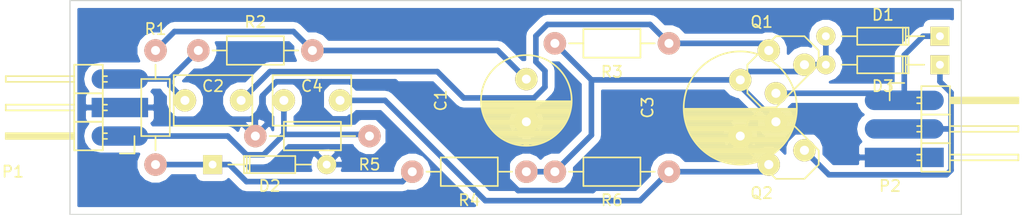
<source format=kicad_pcb>
(kicad_pcb (version 4) (host pcbnew 4.0.4-1.fc24-product)

  (general
    (links 28)
    (no_connects 0)
    (area 156.159999 99.009999 235.635001 118.160001)
    (thickness 1.6)
    (drawings 4)
    (tracks 98)
    (zones 0)
    (modules 17)
    (nets 11)
  )

  (page USLetter)
  (layers
    (0 F.Cu signal)
    (31 B.Cu signal)
    (33 F.Adhes user hide)
    (35 F.Paste user hide)
    (37 F.SilkS user)
    (39 F.Mask user hide)
    (40 Dwgs.User user hide)
    (41 Cmts.User user hide)
    (42 Eco1.User user hide)
    (43 Eco2.User user hide)
    (44 Edge.Cuts user)
    (45 Margin user hide)
    (47 F.CrtYd user hide)
    (49 F.Fab user)
  )

  (setup
    (last_trace_width 0.5)
    (user_trace_width 0.5)
    (user_trace_width 0.5)
    (user_trace_width 0.75)
    (trace_clearance 0.4)
    (zone_clearance 0.608)
    (zone_45_only no)
    (trace_min 0.5)
    (segment_width 0.2)
    (edge_width 0.1)
    (via_size 0.6)
    (via_drill 0.4)
    (via_min_size 0.4)
    (via_min_drill 0.3)
    (uvia_size 0.3)
    (uvia_drill 0.1)
    (uvias_allowed no)
    (uvia_min_size 0.2)
    (uvia_min_drill 0.1)
    (pcb_text_width 0.3)
    (pcb_text_size 1.5 1.5)
    (mod_edge_width 0.15)
    (mod_text_size 1 1)
    (mod_text_width 0.15)
    (pad_size 7.032 1.7272)
    (pad_drill 0)
    (pad_to_mask_clearance 0)
    (aux_axis_origin 0 0)
    (grid_origin 207.01 80.01)
    (visible_elements FFFFFF3F)
    (pcbplotparams
      (layerselection 0x01020_80000000)
      (usegerberextensions false)
      (excludeedgelayer true)
      (linewidth 0.100000)
      (plotframeref false)
      (viasonmask false)
      (mode 1)
      (useauxorigin false)
      (hpglpennumber 1)
      (hpglpenspeed 20)
      (hpglpendiameter 15)
      (hpglpenoverlay 2)
      (psnegative false)
      (psa4output false)
      (plotreference true)
      (plotvalue true)
      (plotinvisibletext false)
      (padsonsilk false)
      (subtractmaskfromsilk false)
      (outputformat 1)
      (mirror false)
      (drillshape 0)
      (scaleselection 1)
      (outputdirectory ""))
  )

  (net 0 "")
  (net 1 "Net-(C1-Pad1)")
  (net 2 XLR1)
  (net 3 "Net-(C2-Pad1)")
  (net 4 CDRN)
  (net 5 "Net-(C3-Pad1)")
  (net 6 "Net-(C4-Pad1)")
  (net 7 CSRC)
  (net 8 XLR3)
  (net 9 "Net-(D2-Pad2)")
  (net 10 XLR2)

  (net_class Default "This is the default net class."
    (clearance 0.4)
    (trace_width 0.5)
    (via_dia 0.6)
    (via_drill 0.4)
    (uvia_dia 0.3)
    (uvia_drill 0.1)
    (add_net CDRN)
    (add_net CSRC)
    (add_net "Net-(C1-Pad1)")
    (add_net "Net-(C2-Pad1)")
    (add_net "Net-(C3-Pad1)")
    (add_net "Net-(C4-Pad1)")
    (add_net "Net-(D2-Pad2)")
    (add_net XLR1)
    (add_net XLR2)
    (add_net XLR3)
  )

  (net_class Medium ""
    (clearance 0.4)
    (trace_width 0.5)
    (via_dia 0.6)
    (via_drill 0.4)
    (uvia_dia 0.3)
    (uvia_drill 0.1)
  )

  (module Discret:TO92 (layer F.Cu) (tedit 58222214) (tstamp 57167CF5)
    (at 220.345 111.125 90)
    (descr "Transistor TO92 brochage type BC237")
    (tags "TR TO92")
    (path /57166F96)
    (fp_text reference Q2 (at -5.08 -2.54 180) (layer F.SilkS)
      (effects (font (size 1 1) (thickness 0.15)))
    )
    (fp_text value BC559 (at -5.08 1.905 180) (layer F.Fab)
      (effects (font (size 1 1) (thickness 0.15)))
    )
    (fp_line (start -1.27 2.54) (end 2.54 -1.27) (layer F.SilkS) (width 0.15))
    (fp_line (start 2.54 -1.27) (end 2.54 -2.54) (layer F.SilkS) (width 0.15))
    (fp_line (start 2.54 -2.54) (end 1.27 -3.81) (layer F.SilkS) (width 0.15))
    (fp_line (start 1.27 -3.81) (end -1.27 -3.81) (layer F.SilkS) (width 0.15))
    (fp_line (start -1.27 -3.81) (end -3.81 -1.27) (layer F.SilkS) (width 0.15))
    (fp_line (start -3.81 -1.27) (end -3.81 1.27) (layer F.SilkS) (width 0.15))
    (fp_line (start -3.81 1.27) (end -2.54 2.54) (layer F.SilkS) (width 0.15))
    (fp_line (start -2.54 2.54) (end -1.27 2.54) (layer F.SilkS) (width 0.15))
    (pad 1 thru_hole circle (at 1.27 -1.27 90) (size 1.99 1.99) (drill 0.8128) (layers *.Cu *.Mask F.SilkS)
      (net 5 "Net-(C3-Pad1)"))
    (pad 2 thru_hole circle (at -2.54 -1.905 90) (size 1.99 1.99) (drill 0.8128) (layers *.Cu *.Mask F.SilkS)
      (net 6 "Net-(C4-Pad1)"))
    (pad 3 thru_hole circle (at -1.27 1.27 90) (size 1.99 1.99) (drill 0.8128) (layers *.Cu *.Mask F.SilkS)
      (net 10 XLR2))
    (model Discret.3dshapes/TO92.wrl
      (at (xyz 0 0 0))
      (scale (xyz 1 1 1))
      (rotate (xyz 0 0 0))
    )
  )

  (module Discret:TO92 (layer F.Cu) (tedit 582220B1) (tstamp 57167CEE)
    (at 220.345 106.045)
    (descr "Transistor TO92 brochage type BC237")
    (tags "TR TO92")
    (path /57166EFF)
    (fp_text reference Q1 (at -2.54 -5.08) (layer F.SilkS)
      (effects (font (size 1 1) (thickness 0.15)))
    )
    (fp_text value BC559 (at 1.27 -5.08) (layer F.Fab)
      (effects (font (size 1 1) (thickness 0.15)))
    )
    (fp_line (start -1.27 2.54) (end 2.54 -1.27) (layer F.SilkS) (width 0.15))
    (fp_line (start 2.54 -1.27) (end 2.54 -2.54) (layer F.SilkS) (width 0.15))
    (fp_line (start 2.54 -2.54) (end 1.27 -3.81) (layer F.SilkS) (width 0.15))
    (fp_line (start 1.27 -3.81) (end -1.27 -3.81) (layer F.SilkS) (width 0.15))
    (fp_line (start -1.27 -3.81) (end -3.81 -1.27) (layer F.SilkS) (width 0.15))
    (fp_line (start -3.81 -1.27) (end -3.81 1.27) (layer F.SilkS) (width 0.15))
    (fp_line (start -3.81 1.27) (end -2.54 2.54) (layer F.SilkS) (width 0.15))
    (fp_line (start -2.54 2.54) (end -1.27 2.54) (layer F.SilkS) (width 0.15))
    (pad 1 thru_hole circle (at 1.27 -1.27) (size 1.99 1.99) (drill 0.8128) (layers *.Cu *.Mask F.SilkS)
      (net 5 "Net-(C3-Pad1)"))
    (pad 2 thru_hole circle (at -1.905 -2.54) (size 1.99 1.99) (drill 0.8128) (layers *.Cu *.Mask F.SilkS)
      (net 3 "Net-(C2-Pad1)"))
    (pad 3 thru_hole circle (at -1.27 1.27) (size 1.99 1.99) (drill 0.8128) (layers *.Cu *.Mask F.SilkS)
      (net 8 XLR3))
    (model Discret.3dshapes/TO92.wrl
      (at (xyz 0 0 0))
      (scale (xyz 1 1 1))
      (rotate (xyz 0 0 0))
    )
  )

  (module Capacitors_ThroughHole:C_Rect_L7_W4.5_P5 (layer F.Cu) (tedit 58221B5A) (tstamp 57167CC9)
    (at 171.45 107.95 180)
    (descr "Film Capacitor Length 7mm x Width 4.5mm, Pitch 5mm")
    (tags Capacitor)
    (path /5716776E)
    (fp_text reference C2 (at 2.5 1.27 180) (layer F.SilkS)
      (effects (font (size 1 1) (thickness 0.15)))
    )
    (fp_text value 100nF (at 2.5 -1.27 180) (layer F.Fab)
      (effects (font (size 1 1) (thickness 0.15)))
    )
    (fp_line (start -1.25 -2.5) (end 6.25 -2.5) (layer F.CrtYd) (width 0.05))
    (fp_line (start 6.25 -2.5) (end 6.25 2.5) (layer F.CrtYd) (width 0.05))
    (fp_line (start 6.25 2.5) (end -1.25 2.5) (layer F.CrtYd) (width 0.05))
    (fp_line (start -1.25 2.5) (end -1.25 -2.5) (layer F.CrtYd) (width 0.05))
    (fp_line (start -1 -2.25) (end 6 -2.25) (layer F.SilkS) (width 0.15))
    (fp_line (start 6 -2.25) (end 6 2.25) (layer F.SilkS) (width 0.15))
    (fp_line (start 6 2.25) (end -1 2.25) (layer F.SilkS) (width 0.15))
    (fp_line (start -1 2.25) (end -1 -2.25) (layer F.SilkS) (width 0.15))
    (pad 1 thru_hole circle (at 0 0 180) (size 1.99 1.99) (drill 0.8) (layers *.Cu *.Mask F.SilkS)
      (net 3 "Net-(C2-Pad1)"))
    (pad 2 thru_hole circle (at 5 0 180) (size 1.99 1.99) (drill 0.8) (layers *.Cu *.Mask F.SilkS)
      (net 4 CDRN))
    (model Capacitors_ThroughHole.3dshapes/C_Rect_L7_W4.5_P5.wrl
      (at (xyz 0.098425 0 0))
      (scale (xyz 1 1 1))
      (rotate (xyz 0 0 0))
    )
  )

  (module Resistors_ThroughHole:Resistor_Horizontal_RM10mm (layer F.Cu) (tedit 57BCDD2B) (tstamp 57167D19)
    (at 204.47 114.3)
    (descr "Resistor, Axial,  RM 10mm, 1/3W,")
    (tags "Resistor, Axial, RM 10mm, 1/3W,")
    (path /570D7D4E)
    (fp_text reference R6 (at 0 2.54) (layer F.SilkS)
      (effects (font (size 1 1) (thickness 0.15)))
    )
    (fp_text value 150K (at 0 0) (layer F.Fab)
      (effects (font (size 1 1) (thickness 0.15)))
    )
    (fp_line (start -2.54 -1.27) (end 2.54 -1.27) (layer F.SilkS) (width 0.15))
    (fp_line (start 2.54 -1.27) (end 2.54 1.27) (layer F.SilkS) (width 0.15))
    (fp_line (start 2.54 1.27) (end -2.54 1.27) (layer F.SilkS) (width 0.15))
    (fp_line (start -2.54 1.27) (end -2.54 -1.27) (layer F.SilkS) (width 0.15))
    (fp_line (start -2.54 0) (end -3.81 0) (layer F.SilkS) (width 0.15))
    (fp_line (start 2.54 0) (end 3.81 0) (layer F.SilkS) (width 0.15))
    (pad 1 thru_hole circle (at -5.08 0) (size 1.99898 1.99898) (drill 0.8) (layers *.Cu *.SilkS *.Mask)
      (net 5 "Net-(C3-Pad1)"))
    (pad 2 thru_hole circle (at 5.08 0) (size 1.99898 1.99898) (drill 0.8) (layers *.Cu *.SilkS *.Mask)
      (net 6 "Net-(C4-Pad1)"))
    (model Resistors_ThroughHole.3dshapes/Resistor_Horizontal_RM10mm.wrl
      (at (xyz 0 0 0))
      (scale (xyz 0.4 0.4 0.4))
      (rotate (xyz 0 0 0))
    )
  )

  (module Resistors_ThroughHole:Resistor_Horizontal_RM10mm (layer F.Cu) (tedit 57BCDD0A) (tstamp 57167D07)
    (at 204.47 102.87 180)
    (descr "Resistor, Axial,  RM 10mm, 1/3W,")
    (tags "Resistor, Axial, RM 10mm, 1/3W,")
    (path /570D7DC6)
    (fp_text reference R3 (at 0 -2.54 180) (layer F.SilkS)
      (effects (font (size 1 1) (thickness 0.15)))
    )
    (fp_text value 150K (at 0 0 180) (layer F.Fab)
      (effects (font (size 1 1) (thickness 0.15)))
    )
    (fp_line (start -2.54 -1.27) (end 2.54 -1.27) (layer F.SilkS) (width 0.15))
    (fp_line (start 2.54 -1.27) (end 2.54 1.27) (layer F.SilkS) (width 0.15))
    (fp_line (start 2.54 1.27) (end -2.54 1.27) (layer F.SilkS) (width 0.15))
    (fp_line (start -2.54 1.27) (end -2.54 -1.27) (layer F.SilkS) (width 0.15))
    (fp_line (start -2.54 0) (end -3.81 0) (layer F.SilkS) (width 0.15))
    (fp_line (start 2.54 0) (end 3.81 0) (layer F.SilkS) (width 0.15))
    (pad 1 thru_hole circle (at -5.08 0 180) (size 1.99898 1.99898) (drill 0.8) (layers *.Cu *.SilkS *.Mask)
      (net 3 "Net-(C2-Pad1)"))
    (pad 2 thru_hole circle (at 5.08 0 180) (size 1.99898 1.99898) (drill 0.8) (layers *.Cu *.SilkS *.Mask)
      (net 5 "Net-(C3-Pad1)"))
    (model Resistors_ThroughHole.3dshapes/Resistor_Horizontal_RM10mm.wrl
      (at (xyz 0 0 0))
      (scale (xyz 0.4 0.4 0.4))
      (rotate (xyz 0 0 0))
    )
  )

  (module Resistors_ThroughHole:Resistor_Horizontal_RM10mm (layer F.Cu) (tedit 57BCDD1A) (tstamp 57167D0D)
    (at 191.77 114.3 180)
    (descr "Resistor, Axial,  RM 10mm, 1/3W,")
    (tags "Resistor, Axial, RM 10mm, 1/3W,")
    (path /571678FC)
    (fp_text reference R4 (at 0 -2.54 180) (layer F.SilkS)
      (effects (font (size 1 1) (thickness 0.15)))
    )
    (fp_text value 5.1K (at 0 0 180) (layer F.Fab)
      (effects (font (size 1 1) (thickness 0.15)))
    )
    (fp_line (start -2.54 -1.27) (end 2.54 -1.27) (layer F.SilkS) (width 0.15))
    (fp_line (start 2.54 -1.27) (end 2.54 1.27) (layer F.SilkS) (width 0.15))
    (fp_line (start 2.54 1.27) (end -2.54 1.27) (layer F.SilkS) (width 0.15))
    (fp_line (start -2.54 1.27) (end -2.54 -1.27) (layer F.SilkS) (width 0.15))
    (fp_line (start -2.54 0) (end -3.81 0) (layer F.SilkS) (width 0.15))
    (fp_line (start 2.54 0) (end 3.81 0) (layer F.SilkS) (width 0.15))
    (pad 1 thru_hole circle (at -5.08 0 180) (size 1.99898 1.99898) (drill 0.8) (layers *.Cu *.SilkS *.Mask)
      (net 5 "Net-(C3-Pad1)"))
    (pad 2 thru_hole circle (at 5.08 0 180) (size 1.99898 1.99898) (drill 0.8) (layers *.Cu *.SilkS *.Mask)
      (net 9 "Net-(D2-Pad2)"))
    (model Resistors_ThroughHole.3dshapes/Resistor_Horizontal_RM10mm.wrl
      (at (xyz 0 0 0))
      (scale (xyz 0.4 0.4 0.4))
      (rotate (xyz 0 0 0))
    )
  )

  (module Diodes_ThroughHole:Diode_DO-35_SOD27_Horizontal_RM10 (layer F.Cu) (tedit 0) (tstamp 57167CE1)
    (at 173.99 113.665 180)
    (descr "Diode, DO-35,  SOD27, Horizontal, RM 10mm")
    (tags "Diode, DO-35, SOD27, Horizontal, RM 10mm, 1N4148,")
    (path /5716796F)
    (fp_text reference D2 (at 0 -1.905 180) (layer F.SilkS)
      (effects (font (size 1 1) (thickness 0.15)))
    )
    (fp_text value 10V (at 0 0 180) (layer F.Fab)
      (effects (font (size 1 1) (thickness 0.15)))
    )
    (fp_line (start -2.286 0) (end -3.683 0) (layer F.SilkS) (width 0.15))
    (fp_line (start 2.159 0) (end 3.683 0) (layer F.SilkS) (width 0.15))
    (fp_line (start 1.778 -0.762) (end 1.778 0.762) (layer F.SilkS) (width 0.15))
    (fp_line (start 2.032 -0.762) (end 2.032 0.762) (layer F.SilkS) (width 0.15))
    (fp_line (start 2.286 0) (end 2.286 0.762) (layer F.SilkS) (width 0.15))
    (fp_line (start 2.286 0.762) (end -2.286 0.762) (layer F.SilkS) (width 0.15))
    (fp_line (start -2.286 0.762) (end -2.286 -0.762) (layer F.SilkS) (width 0.15))
    (fp_line (start -2.286 -0.762) (end 2.286 -0.762) (layer F.SilkS) (width 0.15))
    (fp_line (start 2.286 -0.762) (end 2.286 0) (layer F.SilkS) (width 0.15))
    (pad 1 thru_hole circle (at -5.08 0 180) (size 1.69926 1.69926) (drill 0.70104) (layers *.Cu *.Mask F.SilkS)
      (net 2 XLR1))
    (pad 2 thru_hole rect (at 5.08 0 180) (size 1.69926 1.69926) (drill 0.70104) (layers *.Cu *.Mask F.SilkS)
      (net 9 "Net-(D2-Pad2)"))
    (model Diodes_ThroughHole.3dshapes/Diode_DO-35_SOD27_Horizontal_RM10.wrl
      (at (xyz 0 0 0))
      (scale (xyz 0.4 0.4 0.4))
      (rotate (xyz 0 0 0))
    )
  )

  (module Capacitors_ThroughHole:C_Rect_L7_W4.5_P5 (layer F.Cu) (tedit 58221B3A) (tstamp 57167CD5)
    (at 180.26 107.95 180)
    (descr "Film Capacitor Length 7mm x Width 4.5mm, Pitch 5mm")
    (tags Capacitor)
    (path /571677BE)
    (fp_text reference C4 (at 2.5 1.27 180) (layer F.SilkS)
      (effects (font (size 1 1) (thickness 0.15)))
    )
    (fp_text value 100nF (at 2.46 -1.27 180) (layer F.Fab)
      (effects (font (size 1 1) (thickness 0.15)))
    )
    (fp_line (start -1.25 -2.5) (end 6.25 -2.5) (layer F.CrtYd) (width 0.05))
    (fp_line (start 6.25 -2.5) (end 6.25 2.5) (layer F.CrtYd) (width 0.05))
    (fp_line (start 6.25 2.5) (end -1.25 2.5) (layer F.CrtYd) (width 0.05))
    (fp_line (start -1.25 2.5) (end -1.25 -2.5) (layer F.CrtYd) (width 0.05))
    (fp_line (start -1 -2.25) (end 6 -2.25) (layer F.SilkS) (width 0.15))
    (fp_line (start 6 -2.25) (end 6 2.25) (layer F.SilkS) (width 0.15))
    (fp_line (start 6 2.25) (end -1 2.25) (layer F.SilkS) (width 0.15))
    (fp_line (start -1 2.25) (end -1 -2.25) (layer F.SilkS) (width 0.15))
    (pad 1 thru_hole circle (at 0 0 180) (size 1.99 1.99) (drill 0.8) (layers *.Cu *.Mask F.SilkS)
      (net 6 "Net-(C4-Pad1)"))
    (pad 2 thru_hole circle (at 5 0 180) (size 1.99 1.99) (drill 0.8) (layers *.Cu *.Mask F.SilkS)
      (net 7 CSRC))
    (model Capacitors_ThroughHole.3dshapes/C_Rect_L7_W4.5_P5.wrl
      (at (xyz 0.098425 0 0))
      (scale (xyz 1 1 1))
      (rotate (xyz 0 0 0))
    )
  )

  (module Resistors_ThroughHole:Resistor_Horizontal_RM10mm (layer F.Cu) (tedit 5A7356EF) (tstamp 57167D13)
    (at 177.8 111.125 180)
    (descr "Resistor, Axial,  RM 10mm, 1/3W,")
    (tags "Resistor, Axial, RM 10mm, 1/3W,")
    (path /57167AE5)
    (fp_text reference R5 (at -5.08 -2.54 180) (layer F.SilkS)
      (effects (font (size 1 1) (thickness 0.15)))
    )
    (fp_text value 2.21K (at 0 0 180) (layer F.Fab)
      (effects (font (size 1 1) (thickness 0.15)))
    )
    (fp_line (start -2.54 -1.27) (end 2.54 -1.27) (layer F.SilkS) (width 0.15))
    (fp_line (start 2.54 -1.27) (end 2.54 1.27) (layer F.SilkS) (width 0.15))
    (fp_line (start 2.54 1.27) (end -2.54 1.27) (layer F.SilkS) (width 0.15))
    (fp_line (start -2.54 1.27) (end -2.54 -1.27) (layer F.SilkS) (width 0.15))
    (fp_line (start -2.54 0) (end -3.81 0) (layer F.SilkS) (width 0.15))
    (fp_line (start 2.54 0) (end 3.81 0) (layer F.SilkS) (width 0.15))
    (pad 1 thru_hole circle (at -5.08 0 180) (size 1.99898 1.99898) (drill 0.8) (layers *.Cu *.SilkS *.Mask)
      (net 7 CSRC))
    (pad 2 thru_hole circle (at 5.08 0 180) (size 1.99898 1.99898) (drill 0.8) (layers *.Cu *.SilkS *.Mask)
      (net 2 XLR1))
    (model Resistors_ThroughHole.3dshapes/Resistor_Horizontal_RM10mm.wrl
      (at (xyz 0 0 0))
      (scale (xyz 0.4 0.4 0.4))
      (rotate (xyz 0 0 0))
    )
  )

  (module Resistors_ThroughHole:Resistor_Horizontal_RM10mm (layer F.Cu) (tedit 57BCDCCC) (tstamp 57167CFB)
    (at 163.83 108.585 90)
    (descr "Resistor, Axial,  RM 10mm, 1/3W,")
    (tags "Resistor, Axial, RM 10mm, 1/3W,")
    (path /57168127)
    (fp_text reference R1 (at 6.985 0 180) (layer F.SilkS)
      (effects (font (size 1 1) (thickness 0.15)))
    )
    (fp_text value 470 (at 0 0 90) (layer F.Fab)
      (effects (font (size 1 1) (thickness 0.15)))
    )
    (fp_line (start -2.54 -1.27) (end 2.54 -1.27) (layer F.SilkS) (width 0.15))
    (fp_line (start 2.54 -1.27) (end 2.54 1.27) (layer F.SilkS) (width 0.15))
    (fp_line (start 2.54 1.27) (end -2.54 1.27) (layer F.SilkS) (width 0.15))
    (fp_line (start -2.54 1.27) (end -2.54 -1.27) (layer F.SilkS) (width 0.15))
    (fp_line (start -2.54 0) (end -3.81 0) (layer F.SilkS) (width 0.15))
    (fp_line (start 2.54 0) (end 3.81 0) (layer F.SilkS) (width 0.15))
    (pad 1 thru_hole circle (at -5.08 0 90) (size 1.99898 1.99898) (drill 0.8) (layers *.Cu *.SilkS *.Mask)
      (net 9 "Net-(D2-Pad2)"))
    (pad 2 thru_hole circle (at 5.08 0 90) (size 1.99898 1.99898) (drill 0.8) (layers *.Cu *.SilkS *.Mask)
      (net 1 "Net-(C1-Pad1)"))
    (model Resistors_ThroughHole.3dshapes/Resistor_Horizontal_RM10mm.wrl
      (at (xyz 0 0 0))
      (scale (xyz 0.4 0.4 0.4))
      (rotate (xyz 0 0 0))
    )
  )

  (module Resistors_ThroughHole:Resistor_Horizontal_RM10mm (layer F.Cu) (tedit 5A7356D3) (tstamp 57167D01)
    (at 172.72 103.505 180)
    (descr "Resistor, Axial,  RM 10mm, 1/3W,")
    (tags "Resistor, Axial, RM 10mm, 1/3W,")
    (path /571680A3)
    (fp_text reference R2 (at 0 2.54 180) (layer F.SilkS)
      (effects (font (size 1 1) (thickness 0.15)))
    )
    (fp_text value 2.21K (at 0 0 180) (layer F.Fab)
      (effects (font (size 1 1) (thickness 0.15)))
    )
    (fp_line (start -2.54 -1.27) (end 2.54 -1.27) (layer F.SilkS) (width 0.15))
    (fp_line (start 2.54 -1.27) (end 2.54 1.27) (layer F.SilkS) (width 0.15))
    (fp_line (start 2.54 1.27) (end -2.54 1.27) (layer F.SilkS) (width 0.15))
    (fp_line (start -2.54 1.27) (end -2.54 -1.27) (layer F.SilkS) (width 0.15))
    (fp_line (start -2.54 0) (end -3.81 0) (layer F.SilkS) (width 0.15))
    (fp_line (start 2.54 0) (end 3.81 0) (layer F.SilkS) (width 0.15))
    (pad 1 thru_hole circle (at -5.08 0 180) (size 1.99898 1.99898) (drill 0.8) (layers *.Cu *.SilkS *.Mask)
      (net 1 "Net-(C1-Pad1)"))
    (pad 2 thru_hole circle (at 5.08 0 180) (size 1.99898 1.99898) (drill 0.8) (layers *.Cu *.SilkS *.Mask)
      (net 4 CDRN))
    (model Resistors_ThroughHole.3dshapes/Resistor_Horizontal_RM10mm.wrl
      (at (xyz 0 0 0))
      (scale (xyz 0.4 0.4 0.4))
      (rotate (xyz 0 0 0))
    )
  )

  (module Diodes_ThroughHole:Diode_DO-35_SOD27_Horizontal_RM10 (layer F.Cu) (tedit 0) (tstamp 57167CE7)
    (at 228.6 104.775)
    (descr "Diode, DO-35,  SOD27, Horizontal, RM 10mm")
    (tags "Diode, DO-35, SOD27, Horizontal, RM 10mm, 1N4148,")
    (path /571673BC)
    (fp_text reference D3 (at 0 1.905) (layer F.SilkS)
      (effects (font (size 1 1) (thickness 0.15)))
    )
    (fp_text value 6.2V (at 0 0) (layer F.Fab)
      (effects (font (size 1 1) (thickness 0.15)))
    )
    (fp_line (start -2.286 0) (end -3.683 0) (layer F.SilkS) (width 0.15))
    (fp_line (start 2.159 0) (end 3.683 0) (layer F.SilkS) (width 0.15))
    (fp_line (start 1.778 -0.762) (end 1.778 0.762) (layer F.SilkS) (width 0.15))
    (fp_line (start 2.032 -0.762) (end 2.032 0.762) (layer F.SilkS) (width 0.15))
    (fp_line (start 2.286 0) (end 2.286 0.762) (layer F.SilkS) (width 0.15))
    (fp_line (start 2.286 0.762) (end -2.286 0.762) (layer F.SilkS) (width 0.15))
    (fp_line (start -2.286 0.762) (end -2.286 -0.762) (layer F.SilkS) (width 0.15))
    (fp_line (start -2.286 -0.762) (end 2.286 -0.762) (layer F.SilkS) (width 0.15))
    (fp_line (start 2.286 -0.762) (end 2.286 0) (layer F.SilkS) (width 0.15))
    (pad 1 thru_hole circle (at -5.08 0) (size 1.69926 1.69926) (drill 0.70104) (layers *.Cu *.Mask F.SilkS)
      (net 5 "Net-(C3-Pad1)"))
    (pad 2 thru_hole rect (at 5.08 0) (size 1.69926 1.69926) (drill 0.70104) (layers *.Cu *.Mask F.SilkS)
      (net 10 XLR2))
    (model Diodes_ThroughHole.3dshapes/Diode_DO-35_SOD27_Horizontal_RM10.wrl
      (at (xyz 0 0 0))
      (scale (xyz 0.4 0.4 0.4))
      (rotate (xyz 0 0 0))
    )
  )

  (module Diodes_ThroughHole:Diode_DO-35_SOD27_Horizontal_RM10 (layer F.Cu) (tedit 0) (tstamp 57167CDB)
    (at 228.6 102.235)
    (descr "Diode, DO-35,  SOD27, Horizontal, RM 10mm")
    (tags "Diode, DO-35, SOD27, Horizontal, RM 10mm, 1N4148,")
    (path /5716709C)
    (fp_text reference D1 (at 0 -1.905) (layer F.SilkS)
      (effects (font (size 1 1) (thickness 0.15)))
    )
    (fp_text value 6.2V (at 0 0) (layer F.Fab)
      (effects (font (size 1 1) (thickness 0.15)))
    )
    (fp_line (start -2.286 0) (end -3.683 0) (layer F.SilkS) (width 0.15))
    (fp_line (start 2.159 0) (end 3.683 0) (layer F.SilkS) (width 0.15))
    (fp_line (start 1.778 -0.762) (end 1.778 0.762) (layer F.SilkS) (width 0.15))
    (fp_line (start 2.032 -0.762) (end 2.032 0.762) (layer F.SilkS) (width 0.15))
    (fp_line (start 2.286 0) (end 2.286 0.762) (layer F.SilkS) (width 0.15))
    (fp_line (start 2.286 0.762) (end -2.286 0.762) (layer F.SilkS) (width 0.15))
    (fp_line (start -2.286 0.762) (end -2.286 -0.762) (layer F.SilkS) (width 0.15))
    (fp_line (start -2.286 -0.762) (end 2.286 -0.762) (layer F.SilkS) (width 0.15))
    (fp_line (start 2.286 -0.762) (end 2.286 0) (layer F.SilkS) (width 0.15))
    (pad 1 thru_hole circle (at -5.08 0) (size 1.69926 1.69926) (drill 0.70104) (layers *.Cu *.Mask F.SilkS)
      (net 5 "Net-(C3-Pad1)"))
    (pad 2 thru_hole rect (at 5.08 0) (size 1.69926 1.69926) (drill 0.70104) (layers *.Cu *.Mask F.SilkS)
      (net 8 XLR3))
    (model Diodes_ThroughHole.3dshapes/Diode_DO-35_SOD27_Horizontal_RM10.wrl
      (at (xyz 0 0 0))
      (scale (xyz 0.4 0.4 0.4))
      (rotate (xyz 0 0 0))
    )
  )

  (module Pin_Headers:Pin_Header_Angled_1x03 (layer F.Cu) (tedit 584A1308) (tstamp 57168F1D)
    (at 230.505 107.95)
    (descr "Through hole pin header")
    (tags "pin header")
    (path /57168A6B)
    (fp_text reference P2 (at -1.27 7.62) (layer F.SilkS)
      (effects (font (size 1 1) (thickness 0.15)))
    )
    (fp_text value CONN_01X03 (at 5.08 7.62) (layer F.Fab)
      (effects (font (size 1 1) (thickness 0.15)))
    )
    (fp_line (start -1.5 -1.75) (end -1.5 6.85) (layer F.CrtYd) (width 0.05))
    (fp_line (start 10.65 -1.75) (end 10.65 6.85) (layer F.CrtYd) (width 0.05))
    (fp_line (start -1.5 -1.75) (end 10.65 -1.75) (layer F.CrtYd) (width 0.05))
    (fp_line (start -1.5 6.85) (end 10.65 6.85) (layer F.CrtYd) (width 0.05))
    (fp_line (start -1.3 -1.55) (end -1.3 0) (layer F.SilkS) (width 0.15))
    (fp_line (start 0 -1.55) (end -1.3 -1.55) (layer F.SilkS) (width 0.15))
    (fp_line (start 4.191 -0.127) (end 10.033 -0.127) (layer F.SilkS) (width 0.15))
    (fp_line (start 10.033 -0.127) (end 10.033 0.127) (layer F.SilkS) (width 0.15))
    (fp_line (start 10.033 0.127) (end 4.191 0.127) (layer F.SilkS) (width 0.15))
    (fp_line (start 4.191 0.127) (end 4.191 0) (layer F.SilkS) (width 0.15))
    (fp_line (start 4.191 0) (end 10.033 0) (layer F.SilkS) (width 0.15))
    (fp_line (start 1.524 -0.254) (end 1.143 -0.254) (layer F.SilkS) (width 0.15))
    (fp_line (start 1.524 0.254) (end 1.143 0.254) (layer F.SilkS) (width 0.15))
    (fp_line (start 1.524 2.286) (end 1.143 2.286) (layer F.SilkS) (width 0.15))
    (fp_line (start 1.524 2.794) (end 1.143 2.794) (layer F.SilkS) (width 0.15))
    (fp_line (start 1.524 4.826) (end 1.143 4.826) (layer F.SilkS) (width 0.15))
    (fp_line (start 1.524 5.334) (end 1.143 5.334) (layer F.SilkS) (width 0.15))
    (fp_line (start 4.064 1.27) (end 4.064 -1.27) (layer F.SilkS) (width 0.15))
    (fp_line (start 10.16 0.254) (end 4.064 0.254) (layer F.SilkS) (width 0.15))
    (fp_line (start 10.16 -0.254) (end 10.16 0.254) (layer F.SilkS) (width 0.15))
    (fp_line (start 4.064 -0.254) (end 10.16 -0.254) (layer F.SilkS) (width 0.15))
    (fp_line (start 1.524 1.27) (end 4.064 1.27) (layer F.SilkS) (width 0.15))
    (fp_line (start 1.524 -1.27) (end 1.524 1.27) (layer F.SilkS) (width 0.15))
    (fp_line (start 1.524 -1.27) (end 4.064 -1.27) (layer F.SilkS) (width 0.15))
    (fp_line (start 1.524 3.81) (end 4.064 3.81) (layer F.SilkS) (width 0.15))
    (fp_line (start 1.524 3.81) (end 1.524 6.35) (layer F.SilkS) (width 0.15))
    (fp_line (start 4.064 4.826) (end 10.16 4.826) (layer F.SilkS) (width 0.15))
    (fp_line (start 10.16 4.826) (end 10.16 5.334) (layer F.SilkS) (width 0.15))
    (fp_line (start 10.16 5.334) (end 4.064 5.334) (layer F.SilkS) (width 0.15))
    (fp_line (start 4.064 6.35) (end 4.064 3.81) (layer F.SilkS) (width 0.15))
    (fp_line (start 4.064 3.81) (end 4.064 1.27) (layer F.SilkS) (width 0.15))
    (fp_line (start 10.16 2.794) (end 4.064 2.794) (layer F.SilkS) (width 0.15))
    (fp_line (start 10.16 2.286) (end 10.16 2.794) (layer F.SilkS) (width 0.15))
    (fp_line (start 4.064 2.286) (end 10.16 2.286) (layer F.SilkS) (width 0.15))
    (fp_line (start 1.524 3.81) (end 4.064 3.81) (layer F.SilkS) (width 0.15))
    (fp_line (start 1.524 1.27) (end 1.524 3.81) (layer F.SilkS) (width 0.15))
    (fp_line (start 1.524 1.27) (end 4.064 1.27) (layer F.SilkS) (width 0.15))
    (fp_line (start 1.524 6.35) (end 4.064 6.35) (layer F.SilkS) (width 0.15))
    (pad 1 smd oval (at 0 0) (size 7.032 1.7272) (layers B.Cu F.Paste F.Mask)
      (net 8 XLR3))
    (pad 2 smd oval (at 0 2.54) (size 7.032 1.7272) (layers B.Cu F.Paste F.Mask)
      (net 10 XLR2))
    (pad 3 smd rect (at 0 5.08) (size 7.032 1.7272) (layers B.Cu F.Paste F.Mask)
      (net 2 XLR1))
    (model Pin_Headers.3dshapes/Pin_Header_Angled_1x03.wrl
      (at (xyz 0 -0.1 0))
      (scale (xyz 1 1 1))
      (rotate (xyz 0 0 90))
    )
  )

  (module Pin_Headers:Pin_Header_Angled_1x03 (layer F.Cu) (tedit 584A12BE) (tstamp 57168F16)
    (at 160.655 111.125 180)
    (descr "Through hole pin header")
    (tags "pin header")
    (path /57168EF3)
    (fp_text reference P1 (at 9.525 -3.175 180) (layer F.SilkS)
      (effects (font (size 1 1) (thickness 0.15)))
    )
    (fp_text value CONN_01X03 (at 3.175 -3.175 180) (layer F.Fab)
      (effects (font (size 1 1) (thickness 0.15)))
    )
    (fp_line (start -1.5 -1.75) (end -1.5 6.85) (layer F.CrtYd) (width 0.05))
    (fp_line (start 10.65 -1.75) (end 10.65 6.85) (layer F.CrtYd) (width 0.05))
    (fp_line (start -1.5 -1.75) (end 10.65 -1.75) (layer F.CrtYd) (width 0.05))
    (fp_line (start -1.5 6.85) (end 10.65 6.85) (layer F.CrtYd) (width 0.05))
    (fp_line (start -1.3 -1.55) (end -1.3 0) (layer F.SilkS) (width 0.15))
    (fp_line (start 0 -1.55) (end -1.3 -1.55) (layer F.SilkS) (width 0.15))
    (fp_line (start 4.191 -0.127) (end 10.033 -0.127) (layer F.SilkS) (width 0.15))
    (fp_line (start 10.033 -0.127) (end 10.033 0.127) (layer F.SilkS) (width 0.15))
    (fp_line (start 10.033 0.127) (end 4.191 0.127) (layer F.SilkS) (width 0.15))
    (fp_line (start 4.191 0.127) (end 4.191 0) (layer F.SilkS) (width 0.15))
    (fp_line (start 4.191 0) (end 10.033 0) (layer F.SilkS) (width 0.15))
    (fp_line (start 1.524 -0.254) (end 1.143 -0.254) (layer F.SilkS) (width 0.15))
    (fp_line (start 1.524 0.254) (end 1.143 0.254) (layer F.SilkS) (width 0.15))
    (fp_line (start 1.524 2.286) (end 1.143 2.286) (layer F.SilkS) (width 0.15))
    (fp_line (start 1.524 2.794) (end 1.143 2.794) (layer F.SilkS) (width 0.15))
    (fp_line (start 1.524 4.826) (end 1.143 4.826) (layer F.SilkS) (width 0.15))
    (fp_line (start 1.524 5.334) (end 1.143 5.334) (layer F.SilkS) (width 0.15))
    (fp_line (start 4.064 1.27) (end 4.064 -1.27) (layer F.SilkS) (width 0.15))
    (fp_line (start 10.16 0.254) (end 4.064 0.254) (layer F.SilkS) (width 0.15))
    (fp_line (start 10.16 -0.254) (end 10.16 0.254) (layer F.SilkS) (width 0.15))
    (fp_line (start 4.064 -0.254) (end 10.16 -0.254) (layer F.SilkS) (width 0.15))
    (fp_line (start 1.524 1.27) (end 4.064 1.27) (layer F.SilkS) (width 0.15))
    (fp_line (start 1.524 -1.27) (end 1.524 1.27) (layer F.SilkS) (width 0.15))
    (fp_line (start 1.524 -1.27) (end 4.064 -1.27) (layer F.SilkS) (width 0.15))
    (fp_line (start 1.524 3.81) (end 4.064 3.81) (layer F.SilkS) (width 0.15))
    (fp_line (start 1.524 3.81) (end 1.524 6.35) (layer F.SilkS) (width 0.15))
    (fp_line (start 4.064 4.826) (end 10.16 4.826) (layer F.SilkS) (width 0.15))
    (fp_line (start 10.16 4.826) (end 10.16 5.334) (layer F.SilkS) (width 0.15))
    (fp_line (start 10.16 5.334) (end 4.064 5.334) (layer F.SilkS) (width 0.15))
    (fp_line (start 4.064 6.35) (end 4.064 3.81) (layer F.SilkS) (width 0.15))
    (fp_line (start 4.064 3.81) (end 4.064 1.27) (layer F.SilkS) (width 0.15))
    (fp_line (start 10.16 2.794) (end 4.064 2.794) (layer F.SilkS) (width 0.15))
    (fp_line (start 10.16 2.286) (end 10.16 2.794) (layer F.SilkS) (width 0.15))
    (fp_line (start 4.064 2.286) (end 10.16 2.286) (layer F.SilkS) (width 0.15))
    (fp_line (start 1.524 3.81) (end 4.064 3.81) (layer F.SilkS) (width 0.15))
    (fp_line (start 1.524 1.27) (end 1.524 3.81) (layer F.SilkS) (width 0.15))
    (fp_line (start 1.524 1.27) (end 4.064 1.27) (layer F.SilkS) (width 0.15))
    (fp_line (start 1.524 6.35) (end 4.064 6.35) (layer F.SilkS) (width 0.15))
    (pad 1 smd oval (at 0 0 180) (size 5.032 1.7272) (layers B.Cu F.Paste F.Mask)
      (net 7 CSRC))
    (pad 2 smd rect (at 0 2.54 180) (size 5.032 1.7272) (layers B.Cu F.Paste F.Mask)
      (net 2 XLR1))
    (pad 3 smd oval (at 0 5.08 180) (size 5.032 1.7272) (layers B.Cu F.Paste F.Mask)
      (net 4 CDRN))
    (model Pin_Headers.3dshapes/Pin_Header_Angled_1x03.wrl
      (at (xyz 0 -0.1 0))
      (scale (xyz 1 1 1))
      (rotate (xyz 0 0 90))
    )
  )

  (module Capacitors_ThroughHole:C_Radial_D10_L16_P5 (layer F.Cu) (tedit 58221BBB) (tstamp 57167CCF)
    (at 215.9 106.125 270)
    (descr "Radial Electrolytic Capacitor 10mm x Length 16mm, Pitch 5mm")
    (tags "Electrolytic Capacitor")
    (path /57167515)
    (fp_text reference C3 (at 2.46 8.255 270) (layer F.SilkS)
      (effects (font (size 1 1) (thickness 0.15)))
    )
    (fp_text value 47uF (at 2.46 6.35 270) (layer F.Fab)
      (effects (font (size 1 1) (thickness 0.15)))
    )
    (fp_line (start 2.575 -4.999) (end 2.575 4.999) (layer F.SilkS) (width 0.15))
    (fp_line (start 2.715 -4.995) (end 2.715 4.995) (layer F.SilkS) (width 0.15))
    (fp_line (start 2.855 -4.987) (end 2.855 4.987) (layer F.SilkS) (width 0.15))
    (fp_line (start 2.995 -4.975) (end 2.995 4.975) (layer F.SilkS) (width 0.15))
    (fp_line (start 3.135 -4.96) (end 3.135 4.96) (layer F.SilkS) (width 0.15))
    (fp_line (start 3.275 -4.94) (end 3.275 4.94) (layer F.SilkS) (width 0.15))
    (fp_line (start 3.415 -4.916) (end 3.415 4.916) (layer F.SilkS) (width 0.15))
    (fp_line (start 3.555 -4.887) (end 3.555 4.887) (layer F.SilkS) (width 0.15))
    (fp_line (start 3.695 -4.855) (end 3.695 4.855) (layer F.SilkS) (width 0.15))
    (fp_line (start 3.835 -4.818) (end 3.835 4.818) (layer F.SilkS) (width 0.15))
    (fp_line (start 3.975 -4.777) (end 3.975 4.777) (layer F.SilkS) (width 0.15))
    (fp_line (start 4.115 -4.732) (end 4.115 -0.466) (layer F.SilkS) (width 0.15))
    (fp_line (start 4.115 0.466) (end 4.115 4.732) (layer F.SilkS) (width 0.15))
    (fp_line (start 4.255 -4.682) (end 4.255 -0.667) (layer F.SilkS) (width 0.15))
    (fp_line (start 4.255 0.667) (end 4.255 4.682) (layer F.SilkS) (width 0.15))
    (fp_line (start 4.395 -4.627) (end 4.395 -0.796) (layer F.SilkS) (width 0.15))
    (fp_line (start 4.395 0.796) (end 4.395 4.627) (layer F.SilkS) (width 0.15))
    (fp_line (start 4.535 -4.567) (end 4.535 -0.885) (layer F.SilkS) (width 0.15))
    (fp_line (start 4.535 0.885) (end 4.535 4.567) (layer F.SilkS) (width 0.15))
    (fp_line (start 4.675 -4.502) (end 4.675 -0.946) (layer F.SilkS) (width 0.15))
    (fp_line (start 4.675 0.946) (end 4.675 4.502) (layer F.SilkS) (width 0.15))
    (fp_line (start 4.815 -4.432) (end 4.815 -0.983) (layer F.SilkS) (width 0.15))
    (fp_line (start 4.815 0.983) (end 4.815 4.432) (layer F.SilkS) (width 0.15))
    (fp_line (start 4.955 -4.356) (end 4.955 -0.999) (layer F.SilkS) (width 0.15))
    (fp_line (start 4.955 0.999) (end 4.955 4.356) (layer F.SilkS) (width 0.15))
    (fp_line (start 5.095 -4.274) (end 5.095 -0.995) (layer F.SilkS) (width 0.15))
    (fp_line (start 5.095 0.995) (end 5.095 4.274) (layer F.SilkS) (width 0.15))
    (fp_line (start 5.235 -4.186) (end 5.235 -0.972) (layer F.SilkS) (width 0.15))
    (fp_line (start 5.235 0.972) (end 5.235 4.186) (layer F.SilkS) (width 0.15))
    (fp_line (start 5.375 -4.091) (end 5.375 -0.927) (layer F.SilkS) (width 0.15))
    (fp_line (start 5.375 0.927) (end 5.375 4.091) (layer F.SilkS) (width 0.15))
    (fp_line (start 5.515 -3.989) (end 5.515 -0.857) (layer F.SilkS) (width 0.15))
    (fp_line (start 5.515 0.857) (end 5.515 3.989) (layer F.SilkS) (width 0.15))
    (fp_line (start 5.655 -3.879) (end 5.655 -0.756) (layer F.SilkS) (width 0.15))
    (fp_line (start 5.655 0.756) (end 5.655 3.879) (layer F.SilkS) (width 0.15))
    (fp_line (start 5.795 -3.761) (end 5.795 -0.607) (layer F.SilkS) (width 0.15))
    (fp_line (start 5.795 0.607) (end 5.795 3.761) (layer F.SilkS) (width 0.15))
    (fp_line (start 5.935 -3.633) (end 5.935 -0.355) (layer F.SilkS) (width 0.15))
    (fp_line (start 5.935 0.355) (end 5.935 3.633) (layer F.SilkS) (width 0.15))
    (fp_line (start 6.075 -3.496) (end 6.075 3.496) (layer F.SilkS) (width 0.15))
    (fp_line (start 6.215 -3.346) (end 6.215 3.346) (layer F.SilkS) (width 0.15))
    (fp_line (start 6.355 -3.184) (end 6.355 3.184) (layer F.SilkS) (width 0.15))
    (fp_line (start 6.495 -3.007) (end 6.495 3.007) (layer F.SilkS) (width 0.15))
    (fp_line (start 6.635 -2.811) (end 6.635 2.811) (layer F.SilkS) (width 0.15))
    (fp_line (start 6.775 -2.593) (end 6.775 2.593) (layer F.SilkS) (width 0.15))
    (fp_line (start 6.915 -2.347) (end 6.915 2.347) (layer F.SilkS) (width 0.15))
    (fp_line (start 7.055 -2.062) (end 7.055 2.062) (layer F.SilkS) (width 0.15))
    (fp_line (start 7.195 -1.72) (end 7.195 1.72) (layer F.SilkS) (width 0.15))
    (fp_line (start 7.335 -1.274) (end 7.335 1.274) (layer F.SilkS) (width 0.15))
    (fp_line (start 7.475 -0.499) (end 7.475 0.499) (layer F.SilkS) (width 0.15))
    (fp_circle (center 5 0) (end 5 -1) (layer F.SilkS) (width 0.15))
    (fp_circle (center 2.5 0) (end 2.5 -5.0375) (layer F.SilkS) (width 0.15))
    (fp_circle (center 2.5 0) (end 2.5 -5.3) (layer F.CrtYd) (width 0.05))
    (pad 1 thru_hole circle (at 0 0 270) (size 1.99 1.99) (drill 0.8) (layers *.Cu *.Mask F.SilkS)
      (net 5 "Net-(C3-Pad1)"))
    (pad 2 thru_hole circle (at 5 0 270) (size 1.99 1.99) (drill 0.8) (layers *.Cu *.Mask F.SilkS)
      (net 2 XLR1))
    (model Capacitors_ThroughHole.3dshapes/C_Radial_D10_L16_P5.wrl
      (at (xyz 0.0984252 0 0))
      (scale (xyz 1 1 1))
      (rotate (xyz 0 0 90))
    )
  )

  (module Capacitors_ThroughHole:C_Radial_D8_L13_P3.8 (layer F.Cu) (tedit 58221BA4) (tstamp 57167CC3)
    (at 196.85 106.055 270)
    (descr "Radial Electrolytic Capacitor Diameter 8mm x Length 13mm, Pitch 3.8mm")
    (tags "Electrolytic Capacitor")
    (path /5716818E)
    (fp_text reference C1 (at 1.895 7.62 270) (layer F.SilkS)
      (effects (font (size 1 1) (thickness 0.15)))
    )
    (fp_text value 47uF (at 1.895 5.08 270) (layer F.Fab)
      (effects (font (size 1 1) (thickness 0.15)))
    )
    (fp_line (start 1.975 -3.999) (end 1.975 3.999) (layer F.SilkS) (width 0.15))
    (fp_line (start 2.115 -3.994) (end 2.115 3.994) (layer F.SilkS) (width 0.15))
    (fp_line (start 2.255 -3.984) (end 2.255 3.984) (layer F.SilkS) (width 0.15))
    (fp_line (start 2.395 -3.969) (end 2.395 3.969) (layer F.SilkS) (width 0.15))
    (fp_line (start 2.535 -3.949) (end 2.535 3.949) (layer F.SilkS) (width 0.15))
    (fp_line (start 2.675 -3.924) (end 2.675 3.924) (layer F.SilkS) (width 0.15))
    (fp_line (start 2.815 -3.894) (end 2.815 -0.173) (layer F.SilkS) (width 0.15))
    (fp_line (start 2.815 0.173) (end 2.815 3.894) (layer F.SilkS) (width 0.15))
    (fp_line (start 2.955 -3.858) (end 2.955 -0.535) (layer F.SilkS) (width 0.15))
    (fp_line (start 2.955 0.535) (end 2.955 3.858) (layer F.SilkS) (width 0.15))
    (fp_line (start 3.095 -3.817) (end 3.095 -0.709) (layer F.SilkS) (width 0.15))
    (fp_line (start 3.095 0.709) (end 3.095 3.817) (layer F.SilkS) (width 0.15))
    (fp_line (start 3.235 -3.771) (end 3.235 -0.825) (layer F.SilkS) (width 0.15))
    (fp_line (start 3.235 0.825) (end 3.235 3.771) (layer F.SilkS) (width 0.15))
    (fp_line (start 3.375 -3.718) (end 3.375 -0.905) (layer F.SilkS) (width 0.15))
    (fp_line (start 3.375 0.905) (end 3.375 3.718) (layer F.SilkS) (width 0.15))
    (fp_line (start 3.515 -3.659) (end 3.515 -0.959) (layer F.SilkS) (width 0.15))
    (fp_line (start 3.515 0.959) (end 3.515 3.659) (layer F.SilkS) (width 0.15))
    (fp_line (start 3.655 -3.594) (end 3.655 -0.989) (layer F.SilkS) (width 0.15))
    (fp_line (start 3.655 0.989) (end 3.655 3.594) (layer F.SilkS) (width 0.15))
    (fp_line (start 3.795 -3.523) (end 3.795 -1) (layer F.SilkS) (width 0.15))
    (fp_line (start 3.795 1) (end 3.795 3.523) (layer F.SilkS) (width 0.15))
    (fp_line (start 3.935 -3.444) (end 3.935 -0.991) (layer F.SilkS) (width 0.15))
    (fp_line (start 3.935 0.991) (end 3.935 3.444) (layer F.SilkS) (width 0.15))
    (fp_line (start 4.075 -3.357) (end 4.075 -0.961) (layer F.SilkS) (width 0.15))
    (fp_line (start 4.075 0.961) (end 4.075 3.357) (layer F.SilkS) (width 0.15))
    (fp_line (start 4.215 -3.262) (end 4.215 -0.91) (layer F.SilkS) (width 0.15))
    (fp_line (start 4.215 0.91) (end 4.215 3.262) (layer F.SilkS) (width 0.15))
    (fp_line (start 4.355 -3.158) (end 4.355 -0.832) (layer F.SilkS) (width 0.15))
    (fp_line (start 4.355 0.832) (end 4.355 3.158) (layer F.SilkS) (width 0.15))
    (fp_line (start 4.495 -3.044) (end 4.495 -0.719) (layer F.SilkS) (width 0.15))
    (fp_line (start 4.495 0.719) (end 4.495 3.044) (layer F.SilkS) (width 0.15))
    (fp_line (start 4.635 -2.919) (end 4.635 -0.55) (layer F.SilkS) (width 0.15))
    (fp_line (start 4.635 0.55) (end 4.635 2.919) (layer F.SilkS) (width 0.15))
    (fp_line (start 4.775 -2.781) (end 4.775 -0.222) (layer F.SilkS) (width 0.15))
    (fp_line (start 4.775 0.222) (end 4.775 2.781) (layer F.SilkS) (width 0.15))
    (fp_line (start 4.915 -2.629) (end 4.915 2.629) (layer F.SilkS) (width 0.15))
    (fp_line (start 5.055 -2.459) (end 5.055 2.459) (layer F.SilkS) (width 0.15))
    (fp_line (start 5.195 -2.268) (end 5.195 2.268) (layer F.SilkS) (width 0.15))
    (fp_line (start 5.335 -2.05) (end 5.335 2.05) (layer F.SilkS) (width 0.15))
    (fp_line (start 5.475 -1.794) (end 5.475 1.794) (layer F.SilkS) (width 0.15))
    (fp_line (start 5.615 -1.483) (end 5.615 1.483) (layer F.SilkS) (width 0.15))
    (fp_line (start 5.755 -1.067) (end 5.755 1.067) (layer F.SilkS) (width 0.15))
    (fp_line (start 5.895 -0.2) (end 5.895 0.2) (layer F.SilkS) (width 0.15))
    (fp_circle (center 3.8 0) (end 3.8 -1) (layer F.SilkS) (width 0.15))
    (fp_circle (center 1.9 0) (end 1.9 -4.0375) (layer F.SilkS) (width 0.15))
    (fp_circle (center 1.9 0) (end 1.9 -4.3) (layer F.CrtYd) (width 0.05))
    (pad 1 thru_hole circle (at 0 0 270) (size 1.99 1.99) (drill 0.8) (layers *.Cu *.Mask F.SilkS)
      (net 1 "Net-(C1-Pad1)"))
    (pad 2 thru_hole circle (at 3.8 0 270) (size 1.99 1.99) (drill 0.8) (layers *.Cu *.Mask F.SilkS)
      (net 2 XLR1))
    (model Capacitors_ThroughHole.3dshapes/C_Radial_D8_L13_P3.8.wrl
      (at (xyz 0.0748031 0 0))
      (scale (xyz 1 1 1))
      (rotate (xyz 0 0 90))
    )
  )

  (gr_line (start 156.21 118.11) (end 156.21 99.06) (angle 90) (layer Edge.Cuts) (width 0.1))
  (gr_line (start 235.585 118.11) (end 156.21 118.11) (angle 90) (layer Edge.Cuts) (width 0.1))
  (gr_line (start 235.585 99.06) (end 235.585 118.11) (angle 90) (layer Edge.Cuts) (width 0.1))
  (gr_line (start 156.21 99.06) (end 235.585 99.06) (angle 90) (layer Edge.Cuts) (width 0.1))

  (segment (start 165.5156 101.8194) (end 163.83 103.505) (width 0.5) (layer B.Cu) (net 1))
  (segment (start 176.1144 101.8194) (end 165.5156 101.8194) (width 0.5) (layer B.Cu) (net 1))
  (segment (start 177.8 103.505) (end 176.1144 101.8194) (width 0.5) (layer B.Cu) (net 1))
  (segment (start 194.3 103.505) (end 177.8 103.505) (width 0.5) (layer B.Cu) (net 1))
  (segment (start 196.85 106.055) (end 194.3 103.505) (width 0.5) (layer B.Cu) (net 1))
  (segment (start 226.0937 113.03) (end 230.505 113.03) (width 0.5) (layer B.Cu) (net 2))
  (segment (start 223.8085 110.7448) (end 226.0937 113.03) (width 0.5) (layer B.Cu) (net 2))
  (segment (start 220.7252 110.7448) (end 223.8085 110.7448) (width 0.5) (layer B.Cu) (net 2))
  (segment (start 219.9419 111.5281) (end 220.7252 110.7448) (width 0.5) (layer B.Cu) (net 2))
  (segment (start 216.3031 111.5281) (end 219.9419 111.5281) (width 0.5) (layer B.Cu) (net 2))
  (segment (start 215.9 111.125) (end 216.3031 111.5281) (width 0.5) (layer B.Cu) (net 2))
  (segment (start 196.85 109.855) (end 195.1436 111.5614) (width 0.5) (layer B.Cu) (net 2))
  (segment (start 207.612 111.125) (end 215.9 111.125) (width 0.5) (layer B.Cu) (net 2))
  (segment (start 202.7599 115.9771) (end 207.612 111.125) (width 0.5) (layer B.Cu) (net 2))
  (segment (start 196.1131 115.9771) (end 202.7599 115.9771) (width 0.5) (layer B.Cu) (net 2))
  (segment (start 195.1436 115.0076) (end 196.1131 115.9771) (width 0.5) (layer B.Cu) (net 2))
  (segment (start 195.1436 111.5614) (end 195.1436 115.0076) (width 0.5) (layer B.Cu) (net 2))
  (segment (start 185.1503 106.2879) (end 178.5836 106.2879) (width 0.5) (layer B.Cu) (net 2))
  (segment (start 190.4238 111.5614) (end 185.1503 106.2879) (width 0.5) (layer B.Cu) (net 2))
  (segment (start 195.1436 111.5614) (end 190.4238 111.5614) (width 0.5) (layer B.Cu) (net 2))
  (segment (start 182.6965 113.665) (end 179.07 113.665) (width 0.5) (layer B.Cu) (net 2))
  (segment (start 184.5574 111.8041) (end 182.6965 113.665) (width 0.5) (layer B.Cu) (net 2))
  (segment (start 184.5574 110.4449) (end 184.5574 111.8041) (width 0.5) (layer B.Cu) (net 2))
  (segment (start 183.5567 109.4442) (end 184.5574 110.4449) (width 0.5) (layer B.Cu) (net 2))
  (segment (start 181.1406 109.4442) (end 183.5567 109.4442) (width 0.5) (layer B.Cu) (net 2))
  (segment (start 180.9894 109.5954) (end 181.1406 109.4442) (width 0.5) (layer B.Cu) (net 2))
  (segment (start 179.517 109.5954) (end 180.9894 109.5954) (width 0.5) (layer B.Cu) (net 2))
  (segment (start 178.5836 108.662) (end 179.517 109.5954) (width 0.5) (layer B.Cu) (net 2))
  (segment (start 178.5836 106.2879) (end 178.5836 108.662) (width 0.5) (layer B.Cu) (net 2))
  (segment (start 160.655 108.585) (end 163.8213 108.585) (width 0.5) (layer B.Cu) (net 2))
  (segment (start 172.72 109.6258) (end 172.72 111.125) (width 0.5) (layer B.Cu) (net 2))
  (segment (start 164.8621 109.6258) (end 172.72 109.6258) (width 0.5) (layer B.Cu) (net 2))
  (segment (start 163.8213 108.585) (end 164.8621 109.6258) (width 0.5) (layer B.Cu) (net 2))
  (segment (start 174.5944 106.2879) (end 178.5836 106.2879) (width 0.5) (layer B.Cu) (net 2))
  (segment (start 173.355 107.5273) (end 174.5944 106.2879) (width 0.5) (layer B.Cu) (net 2))
  (segment (start 173.355 108.9908) (end 173.355 107.5273) (width 0.5) (layer B.Cu) (net 2))
  (segment (start 172.72 109.6258) (end 173.355 108.9908) (width 0.5) (layer B.Cu) (net 2))
  (segment (start 217.805 102.87) (end 209.55 102.87) (width 0.5) (layer B.Cu) (net 3))
  (segment (start 218.44 103.505) (end 217.805 102.87) (width 0.5) (layer B.Cu) (net 3))
  (segment (start 174.0125 105.3875) (end 171.45 107.95) (width 0.5) (layer B.Cu) (net 3))
  (segment (start 188.9262 105.3875) (end 174.0125 105.3875) (width 0.5) (layer B.Cu) (net 3))
  (segment (start 191.2699 107.7312) (end 188.9262 105.3875) (width 0.5) (layer B.Cu) (net 3))
  (segment (start 197.5383 107.7312) (end 191.2699 107.7312) (width 0.5) (layer B.Cu) (net 3))
  (segment (start 198.508 106.7615) (end 197.5383 107.7312) (width 0.5) (layer B.Cu) (net 3))
  (segment (start 198.508 105.3226) (end 198.508 106.7615) (width 0.5) (layer B.Cu) (net 3))
  (segment (start 197.699 104.5136) (end 198.508 105.3226) (width 0.5) (layer B.Cu) (net 3))
  (segment (start 197.699 102.2172) (end 197.699 104.5136) (width 0.5) (layer B.Cu) (net 3))
  (segment (start 198.7275 101.1887) (end 197.699 102.2172) (width 0.5) (layer B.Cu) (net 3))
  (segment (start 207.8687 101.1887) (end 198.7275 101.1887) (width 0.5) (layer B.Cu) (net 3))
  (segment (start 209.55 102.87) (end 207.8687 101.1887) (width 0.5) (layer B.Cu) (net 3))
  (segment (start 165.1 106.6) (end 166.45 107.95) (width 0.5) (layer B.Cu) (net 4))
  (segment (start 165.1 106.045) (end 165.1 106.6) (width 0.5) (layer B.Cu) (net 4))
  (segment (start 167.64 103.505) (end 165.1 106.045) (width 0.5) (layer B.Cu) (net 4))
  (segment (start 165.1 106.045) (end 160.655 106.045) (width 0.5) (layer B.Cu) (net 4))
  (segment (start 221.0103 105.3797) (end 221.615 104.775) (width 0.5) (layer B.Cu) (net 5))
  (segment (start 216.6453 105.3797) (end 221.0103 105.3797) (width 0.5) (layer B.Cu) (net 5))
  (segment (start 215.9 106.125) (end 216.6453 105.3797) (width 0.5) (layer B.Cu) (net 5))
  (segment (start 223.52 102.235) (end 223.52 104.775) (width 0.5) (layer B.Cu) (net 5))
  (segment (start 223.52 104.775) (end 221.615 104.775) (width 0.5) (layer B.Cu) (net 5))
  (segment (start 215.9 106.68) (end 219.075 109.855) (width 0.5) (layer B.Cu) (net 5))
  (segment (start 215.9 106.125) (end 215.9 106.68) (width 0.5) (layer B.Cu) (net 5))
  (segment (start 196.85 114.3) (end 199.39 114.3) (width 0.5) (layer B.Cu) (net 5))
  (segment (start 202.645 111.045) (end 202.645 106.125) (width 0.5) (layer B.Cu) (net 5))
  (segment (start 199.39 114.3) (end 202.645 111.045) (width 0.5) (layer B.Cu) (net 5))
  (segment (start 199.39 102.87) (end 202.645 106.125) (width 0.5) (layer B.Cu) (net 5))
  (segment (start 202.645 106.125) (end 215.9 106.125) (width 0.5) (layer B.Cu) (net 5))
  (segment (start 217.805 114.3) (end 209.55 114.3) (width 0.5) (layer B.Cu) (net 6))
  (segment (start 218.44 113.665) (end 217.805 114.3) (width 0.5) (layer B.Cu) (net 6))
  (segment (start 184.266 107.95) (end 180.26 107.95) (width 0.5) (layer B.Cu) (net 6))
  (segment (start 193.1935 116.8775) (end 184.266 107.95) (width 0.5) (layer B.Cu) (net 6))
  (segment (start 206.9725 116.8775) (end 193.1935 116.8775) (width 0.5) (layer B.Cu) (net 6))
  (segment (start 209.55 114.3) (end 206.9725 116.8775) (width 0.5) (layer B.Cu) (net 6))
  (segment (start 182.7362 110.9812) (end 175.26 110.9812) (width 0.5) (layer B.Cu) (net 7))
  (segment (start 182.88 111.125) (end 182.7362 110.9812) (width 0.5) (layer B.Cu) (net 7))
  (segment (start 173.4482 112.793) (end 175.26 110.9812) (width 0.5) (layer B.Cu) (net 7))
  (segment (start 171.93 112.793) (end 173.4482 112.793) (width 0.5) (layer B.Cu) (net 7))
  (segment (start 170.262 111.125) (end 171.93 112.793) (width 0.5) (layer B.Cu) (net 7))
  (segment (start 160.655 111.125) (end 170.262 111.125) (width 0.5) (layer B.Cu) (net 7))
  (segment (start 175.26 110.9812) (end 175.26 107.95) (width 0.5) (layer B.Cu) (net 7))
  (segment (start 233.68 102.235) (end 232.1801 102.235) (width 0.5) (layer B.Cu) (net 8))
  (segment (start 230.505 107.315) (end 219.075 107.315) (width 0.5) (layer B.Cu) (net 8))
  (segment (start 230.505 107.95) (end 230.505 107.315) (width 0.5) (layer B.Cu) (net 8))
  (segment (start 230.505 103.9101) (end 232.1801 102.235) (width 0.5) (layer B.Cu) (net 8))
  (segment (start 230.505 107.315) (end 230.505 103.9101) (width 0.5) (layer B.Cu) (net 8))
  (segment (start 168.91 113.665) (end 163.83 113.665) (width 0.5) (layer B.Cu) (net 9))
  (segment (start 185.8079 115.1821) (end 186.69 114.3) (width 0.5) (layer B.Cu) (net 9))
  (segment (start 171.927 115.1821) (end 185.8079 115.1821) (width 0.5) (layer B.Cu) (net 9))
  (segment (start 170.4099 113.665) (end 171.927 115.1821) (width 0.5) (layer B.Cu) (net 9))
  (segment (start 168.91 113.665) (end 170.4099 113.665) (width 0.5) (layer B.Cu) (net 9))
  (segment (start 234.6713 107.2662) (end 233.68 106.2749) (width 0.5) (layer B.Cu) (net 10))
  (segment (start 234.6713 110.49) (end 234.6713 107.2662) (width 0.5) (layer B.Cu) (net 10))
  (segment (start 233.68 104.775) (end 233.68 106.2749) (width 0.5) (layer B.Cu) (net 10))
  (segment (start 230.505 110.49) (end 234.4462 110.49) (width 0.5) (layer B.Cu) (net 10))
  (segment (start 234.4462 110.49) (end 234.6713 110.49) (width 0.5) (layer B.Cu) (net 10))
  (segment (start 223.7922 114.5722) (end 221.615 112.395) (width 0.5) (layer B.Cu) (net 10))
  (segment (start 234.2631 114.5722) (end 223.7922 114.5722) (width 0.5) (layer B.Cu) (net 10))
  (segment (start 234.6713 114.164) (end 234.2631 114.5722) (width 0.5) (layer B.Cu) (net 10))
  (segment (start 234.6713 110.49) (end 234.6713 114.164) (width 0.5) (layer B.Cu) (net 10))

  (zone (net 2) (net_name XLR1) (layer B.Cu) (tstamp 0) (hatch edge 0.508)
    (connect_pads (clearance 0.608))
    (min_thickness 0.254)
    (fill yes (arc_segments 16) (thermal_gap 0.508) (thermal_bridge_width 0.508))
    (polygon
      (pts
        (xy 156.21 99.06) (xy 235.585 99.06) (xy 235.585 118.11) (xy 156.21 118.11)
      )
    )
    (filled_polygon
      (pts
        (xy 234.8 100.690722) (xy 234.52963 100.635971) (xy 232.83037 100.635971) (xy 232.557995 100.687222) (xy 232.307836 100.848195)
        (xy 232.140013 101.093812) (xy 232.105374 101.264864) (xy 231.803157 101.324979) (xy 231.4836 101.5385) (xy 229.8085 103.2136)
        (xy 229.594979 103.533157) (xy 229.52 103.9101) (xy 229.52 106.33) (xy 223.906195 106.33) (xy 224.416448 106.119167)
        (xy 224.862601 105.673793) (xy 225.104355 105.091585) (xy 225.104905 104.46118) (xy 224.864167 103.878552) (xy 224.505 103.518757)
        (xy 224.505 103.49077) (xy 224.862601 103.133793) (xy 225.104355 102.551585) (xy 225.104905 101.92118) (xy 224.864167 101.338552)
        (xy 224.418793 100.892399) (xy 223.836585 100.650645) (xy 223.20618 100.650095) (xy 222.623552 100.890833) (xy 222.177399 101.336207)
        (xy 221.935645 101.918415) (xy 221.935095 102.54882) (xy 222.175833 103.131448) (xy 222.181312 103.136937) (xy 221.960628 103.045301)
        (xy 221.272391 103.0447) (xy 220.636314 103.307522) (xy 220.169767 103.773255) (xy 220.1703 103.162391) (xy 219.907478 102.526314)
        (xy 219.421246 102.039232) (xy 218.785628 101.775301) (xy 218.097391 101.7747) (xy 217.822176 101.888417) (xy 217.805 101.885)
        (xy 211.01752 101.885) (xy 210.533793 101.400428) (xy 209.896525 101.135811) (xy 209.20821 101.13521) (xy 208.5652 100.4922)
        (xy 208.245643 100.278679) (xy 207.8687 100.2037) (xy 198.7275 100.2037) (xy 198.350557 100.278679) (xy 198.031 100.4922)
        (xy 197.0025 101.5207) (xy 196.788979 101.840257) (xy 196.714 102.2172) (xy 196.714 104.32488) (xy 196.512705 104.324705)
        (xy 194.9965 102.8085) (xy 194.676943 102.594979) (xy 194.3 102.52) (xy 179.26752 102.52) (xy 178.783793 102.035428)
        (xy 178.146525 101.770811) (xy 177.45821 101.77021) (xy 176.8109 101.1229) (xy 176.491343 100.909379) (xy 176.1144 100.8344)
        (xy 165.5156 100.8344) (xy 165.138657 100.909379) (xy 164.8191 101.1229) (xy 164.171194 101.770806) (xy 163.486502 101.770209)
        (xy 162.848774 102.033713) (xy 162.360428 102.521207) (xy 162.095811 103.158475) (xy 162.095209 103.848498) (xy 162.342257 104.4464)
        (xy 158.938909 104.4464) (xy 158.327151 104.568086) (xy 157.808528 104.914619) (xy 157.461995 105.433242) (xy 157.340309 106.045)
        (xy 157.461995 106.656758) (xy 157.806218 107.171924) (xy 157.779302 107.183073) (xy 157.600673 107.361701) (xy 157.504 107.59509)
        (xy 157.504 108.29925) (xy 157.66275 108.458) (xy 160.528 108.458) (xy 160.528 108.438) (xy 160.782 108.438)
        (xy 160.782 108.458) (xy 163.64725 108.458) (xy 163.806 108.29925) (xy 163.806 107.59509) (xy 163.709327 107.361701)
        (xy 163.530698 107.183073) (xy 163.503782 107.171924) (xy 163.598613 107.03) (xy 164.225431 107.03) (xy 164.4035 107.2965)
        (xy 164.720293 107.613293) (xy 164.7197 108.292609) (xy 164.982522 108.928686) (xy 165.468754 109.415768) (xy 166.104372 109.679699)
        (xy 166.792609 109.6803) (xy 167.428686 109.417478) (xy 167.915768 108.931246) (xy 168.179699 108.295628) (xy 168.1803 107.607391)
        (xy 167.917478 106.971314) (xy 167.431246 106.484232) (xy 166.795628 106.220301) (xy 166.318116 106.219884) (xy 167.298806 105.239194)
        (xy 167.983498 105.239791) (xy 168.621226 104.976287) (xy 169.109572 104.488793) (xy 169.374189 103.851525) (xy 169.374791 103.161502)
        (xy 169.227239 102.8044) (xy 175.7064 102.8044) (xy 176.065806 103.163806) (xy 176.065209 103.848498) (xy 176.294118 104.4025)
        (xy 174.0125 104.4025) (xy 173.635557 104.477479) (xy 173.316 104.691) (xy 171.786707 106.220293) (xy 171.107391 106.2197)
        (xy 170.471314 106.482522) (xy 169.984232 106.968754) (xy 169.720301 107.604372) (xy 169.7197 108.292609) (xy 169.982522 108.928686)
        (xy 170.468754 109.415768) (xy 171.104372 109.679699) (xy 171.792609 109.6803) (xy 172.428686 109.417478) (xy 172.915768 108.931246)
        (xy 173.179699 108.295628) (xy 173.180295 107.612705) (xy 173.772919 107.020081) (xy 173.530301 107.604372) (xy 173.5297 108.292609)
        (xy 173.792522 108.928686) (xy 174.275 109.412007) (xy 174.275 110.5732) (xy 174.273166 110.575034) (xy 174.138965 110.251042)
        (xy 173.872163 110.152443) (xy 172.899605 111.125) (xy 172.913748 111.139142) (xy 172.734142 111.318748) (xy 172.72 111.304605)
        (xy 172.705858 111.318748) (xy 172.526252 111.139142) (xy 172.540395 111.125) (xy 171.567837 110.152443) (xy 171.301035 110.251042)
        (xy 171.160187 110.630187) (xy 170.9585 110.4285) (xy 170.638943 110.214979) (xy 170.262 110.14) (xy 163.598613 110.14)
        (xy 163.503782 109.998076) (xy 163.530698 109.986927) (xy 163.544788 109.972837) (xy 171.747443 109.972837) (xy 172.72 110.945395)
        (xy 173.692557 109.972837) (xy 173.593958 109.706035) (xy 172.984418 109.479599) (xy 172.334623 109.503659) (xy 171.846042 109.706035)
        (xy 171.747443 109.972837) (xy 163.544788 109.972837) (xy 163.709327 109.808299) (xy 163.806 109.57491) (xy 163.806 108.87075)
        (xy 163.64725 108.712) (xy 160.782 108.712) (xy 160.782 108.732) (xy 160.528 108.732) (xy 160.528 108.712)
        (xy 157.66275 108.712) (xy 157.504 108.87075) (xy 157.504 109.57491) (xy 157.600673 109.808299) (xy 157.779302 109.986927)
        (xy 157.806218 109.998076) (xy 157.461995 110.513242) (xy 157.340309 111.125) (xy 157.461995 111.736758) (xy 157.808528 112.255381)
        (xy 158.327151 112.601914) (xy 158.938909 112.7236) (xy 162.342825 112.7236) (xy 162.095811 113.318475) (xy 162.095209 114.008498)
        (xy 162.358713 114.646226) (xy 162.846207 115.134572) (xy 163.483475 115.399189) (xy 164.173498 115.399791) (xy 164.811226 115.136287)
        (xy 165.298363 114.65) (xy 167.336443 114.65) (xy 167.362222 114.787005) (xy 167.523195 115.037164) (xy 167.768812 115.204987)
        (xy 168.06037 115.264029) (xy 169.75963 115.264029) (xy 170.032005 115.212778) (xy 170.282164 115.051805) (xy 170.3315 114.9796)
        (xy 171.2305 115.8786) (xy 171.550057 116.092121) (xy 171.927 116.1671) (xy 185.8079 116.1671) (xy 186.184843 116.092121)
        (xy 186.299113 116.015768) (xy 186.343475 116.034189) (xy 187.033498 116.034791) (xy 187.671226 115.771287) (xy 188.159572 115.283793)
        (xy 188.424189 114.646525) (xy 188.424791 113.956502) (xy 188.161287 113.318774) (xy 187.673793 112.830428) (xy 187.036525 112.565811)
        (xy 186.346502 112.565209) (xy 185.708774 112.828713) (xy 185.220428 113.316207) (xy 184.955811 113.953475) (xy 184.955598 114.1971)
        (xy 180.456273 114.1971) (xy 180.56635 113.893633) (xy 180.539941 113.303601) (xy 180.364953 112.881142) (xy 180.11369 112.800915)
        (xy 179.249605 113.665) (xy 179.263748 113.679143) (xy 179.084143 113.858748) (xy 179.07 113.844605) (xy 179.055858 113.858748)
        (xy 178.876253 113.679143) (xy 178.890395 113.665) (xy 178.02631 112.800915) (xy 177.775047 112.881142) (xy 177.57365 113.436367)
        (xy 177.600059 114.026399) (xy 177.670766 114.1971) (xy 172.335 114.1971) (xy 171.912399 113.774499) (xy 171.93 113.778)
        (xy 173.4482 113.778) (xy 173.825143 113.703021) (xy 174.1447 113.4895) (xy 175.01289 112.62131) (xy 178.205915 112.62131)
        (xy 179.07 113.485395) (xy 179.934085 112.62131) (xy 179.853858 112.370047) (xy 179.298633 112.16865) (xy 178.708601 112.195059)
        (xy 178.286142 112.370047) (xy 178.205915 112.62131) (xy 175.01289 112.62131) (xy 175.668 111.9662) (xy 181.350855 111.9662)
        (xy 181.408713 112.106226) (xy 181.896207 112.594572) (xy 182.533475 112.859189) (xy 183.223498 112.859791) (xy 183.861226 112.596287)
        (xy 184.349572 112.108793) (xy 184.614189 111.471525) (xy 184.614791 110.781502) (xy 184.351287 110.143774) (xy 183.863793 109.655428)
        (xy 183.226525 109.390811) (xy 182.536502 109.390209) (xy 181.898774 109.653713) (xy 181.555688 109.9962) (xy 176.245 109.9962)
        (xy 176.245 109.411175) (xy 176.725768 108.931246) (xy 176.989699 108.295628) (xy 176.9903 107.607391) (xy 176.727478 106.971314)
        (xy 176.241246 106.484232) (xy 175.972165 106.3725) (xy 179.547587 106.3725) (xy 179.281314 106.482522) (xy 178.794232 106.968754)
        (xy 178.530301 107.604372) (xy 178.5297 108.292609) (xy 178.792522 108.928686) (xy 179.278754 109.415768) (xy 179.914372 109.679699)
        (xy 180.602609 109.6803) (xy 181.238686 109.417478) (xy 181.722007 108.935) (xy 183.858 108.935) (xy 192.248 117.325)
        (xy 156.995 117.325) (xy 156.995 99.845) (xy 234.8 99.845)
      )
    )
    (filled_polygon
      (pts
        (xy 214.918754 107.590768) (xy 215.554372 107.854699) (xy 215.68181 107.85481) (xy 217.345293 109.518293) (xy 217.3447 110.197609)
        (xy 217.607522 110.833686) (xy 218.093754 111.320768) (xy 218.729372 111.584699) (xy 219.417609 111.5853) (xy 220.053686 111.322478)
        (xy 220.540768 110.836246) (xy 220.804699 110.200628) (xy 220.8053 109.512391) (xy 220.542478 108.876314) (xy 220.251591 108.584918)
        (xy 220.537007 108.3) (xy 226.240337 108.3) (xy 226.292404 108.561758) (xy 226.638937 109.080381) (xy 226.847891 109.22)
        (xy 226.638937 109.359619) (xy 226.292404 109.878242) (xy 226.170718 110.49) (xy 226.292404 111.101758) (xy 226.638937 111.620381)
        (xy 226.642356 111.622666) (xy 226.629302 111.628073) (xy 226.450673 111.806701) (xy 226.354 112.04009) (xy 226.354 112.74425)
        (xy 226.51275 112.903) (xy 230.378 112.903) (xy 230.378 112.883) (xy 230.632 112.883) (xy 230.632 112.903)
        (xy 230.652 112.903) (xy 230.652 113.157) (xy 230.632 113.157) (xy 230.632 113.177) (xy 230.378 113.177)
        (xy 230.378 113.157) (xy 226.51275 113.157) (xy 226.354 113.31575) (xy 226.354 113.5872) (xy 224.2002 113.5872)
        (xy 223.344707 112.731707) (xy 223.3453 112.052391) (xy 223.082478 111.416314) (xy 222.596246 110.929232) (xy 221.960628 110.665301)
        (xy 221.272391 110.6647) (xy 220.636314 110.927522) (xy 220.149232 111.413754) (xy 219.885301 112.049372) (xy 219.884765 112.663561)
        (xy 219.421246 112.199232) (xy 218.785628 111.935301) (xy 218.097391 111.9347) (xy 217.461314 112.197522) (xy 216.974232 112.683754)
        (xy 216.712116 113.315) (xy 211.01752 113.315) (xy 210.533793 112.830428) (xy 209.896525 112.565811) (xy 209.206502 112.565209)
        (xy 208.568774 112.828713) (xy 208.080428 113.316207) (xy 207.815811 113.953475) (xy 207.81521 114.641789) (xy 206.5645 115.8925)
        (xy 200.077868 115.8925) (xy 200.371226 115.771287) (xy 200.859572 115.283793) (xy 201.124189 114.646525) (xy 201.12479 113.95821)
        (xy 202.809087 112.273913) (xy 214.930692 112.273913) (xy 215.028742 112.540249) (xy 215.636655 112.765936) (xy 216.28466 112.741805)
        (xy 216.771258 112.540249) (xy 216.869308 112.273913) (xy 215.9 111.304605) (xy 214.930692 112.273913) (xy 202.809087 112.273913)
        (xy 203.3415 111.7415) (xy 203.555021 111.421943) (xy 203.63 111.045) (xy 203.63 110.861655) (xy 214.259064 110.861655)
        (xy 214.283195 111.50966) (xy 214.484751 111.996258) (xy 214.751087 112.094308) (xy 215.720395 111.125) (xy 216.079605 111.125)
        (xy 217.048913 112.094308) (xy 217.315249 111.996258) (xy 217.540936 111.388345) (xy 217.516805 110.74034) (xy 217.315249 110.253742)
        (xy 217.048913 110.155692) (xy 216.079605 111.125) (xy 215.720395 111.125) (xy 214.751087 110.155692) (xy 214.484751 110.253742)
        (xy 214.259064 110.861655) (xy 203.63 110.861655) (xy 203.63 109.976087) (xy 214.930692 109.976087) (xy 215.9 110.945395)
        (xy 216.869308 109.976087) (xy 216.771258 109.709751) (xy 216.163345 109.484064) (xy 215.51534 109.508195) (xy 215.028742 109.709751)
        (xy 214.930692 109.976087) (xy 203.63 109.976087) (xy 203.63 107.11) (xy 214.438825 107.11)
      )
    )
    (filled_polygon
      (pts
        (xy 199.73179 104.60479) (xy 201.66 106.533) (xy 201.66 110.637) (xy 199.731194 112.565806) (xy 199.046502 112.565209)
        (xy 198.408774 112.828713) (xy 198.119924 113.117059) (xy 197.833793 112.830428) (xy 197.196525 112.565811) (xy 196.506502 112.565209)
        (xy 195.868774 112.828713) (xy 195.380428 113.316207) (xy 195.115811 113.953475) (xy 195.115209 114.643498) (xy 195.378713 115.281226)
        (xy 195.866207 115.769572) (xy 196.16225 115.8925) (xy 193.6015 115.8925) (xy 188.712913 111.003913) (xy 195.880692 111.003913)
        (xy 195.978742 111.270249) (xy 196.586655 111.495936) (xy 197.23466 111.471805) (xy 197.721258 111.270249) (xy 197.819308 111.003913)
        (xy 196.85 110.034605) (xy 195.880692 111.003913) (xy 188.712913 111.003913) (xy 184.9625 107.2535) (xy 184.642943 107.039979)
        (xy 184.266 106.965) (xy 181.721175 106.965) (xy 181.241246 106.484232) (xy 180.972165 106.3725) (xy 188.5182 106.3725)
        (xy 190.5734 108.4277) (xy 190.892957 108.641221) (xy 191.2699 108.7162) (xy 195.641989 108.7162) (xy 195.586791 108.771398)
        (xy 195.701085 108.885693) (xy 195.434751 108.983742) (xy 195.209064 109.591655) (xy 195.233195 110.23966) (xy 195.434751 110.726258)
        (xy 195.701087 110.824308) (xy 196.670395 109.855) (xy 197.029605 109.855) (xy 197.998913 110.824308) (xy 198.265249 110.726258)
        (xy 198.490936 110.118345) (xy 198.466805 109.47034) (xy 198.265249 108.983742) (xy 197.998913 108.885692) (xy 197.029605 109.855)
        (xy 196.670395 109.855) (xy 196.656253 109.840858) (xy 196.835858 109.661253) (xy 196.85 109.675395) (xy 197.819308 108.706087)
        (xy 197.803603 108.663428) (xy 197.915243 108.641221) (xy 198.2348 108.4277) (xy 199.2045 107.458) (xy 199.418021 107.138443)
        (xy 199.493 106.7615) (xy 199.493 105.3226) (xy 199.418021 104.945657) (xy 199.2045 104.6261) (xy 199.18271 104.60431)
      )
    )
  )
)

</source>
